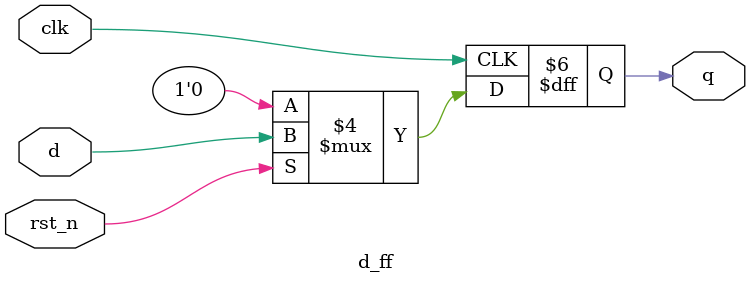
<source format=v>
`timescale 1ns / 1ps


module d_ff(
input clk,rst_n,d,
output reg q);
always@(posedge clk)
begin
if(rst_n==0)
q <= 1'b0;
else
q <= d;
end
endmodule

</source>
